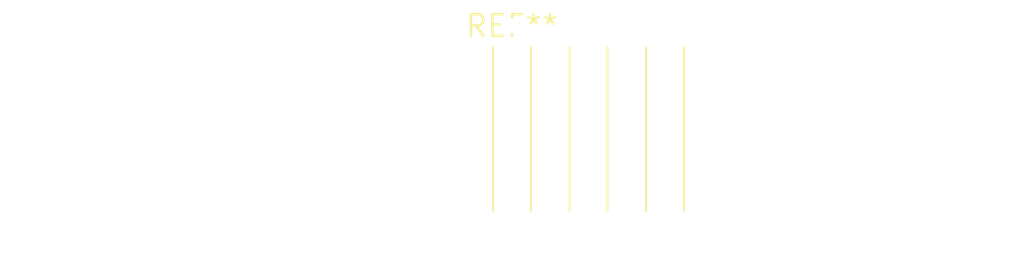
<source format=kicad_pcb>
(kicad_pcb (version 20240108) (generator pcbnew)
  (layers (0 "F.Cu" signal) (31 "B.Cu" signal) (34 "B.Paste" user) (35 "F.Paste" user) (36 "B.SilkS" user "B.Silkscreen") (37 "F.SilkS" user "F.Silkscreen") (38 "B.Mask" user) (39 "F.Mask" user) (44 "Edge.Cuts" user))
  (net 0 "")
  (footprint "SolderWire-0.25sqmm_1x03_P4.5mm_D0.65mm_OD2mm_Relief" (layer "F.Cu") (at 0 0)
    (property "Reference" "REF**")
    (property "Value" "SolderWire-0.25sqmm_1x03_P4.5mm_D0.65mm_OD2mm_Relief")
    (fp_line (start -1.11 1.26) (end -1.11 10.89) (layer "F.SilkS") (stroke (width 0.12)))
    (fp_line (start 1.11 1.26) (end 1.11 10.89) (layer "F.SilkS") (stroke (width 0.12)))
    (fp_line (start 3.39 1.26) (end 3.39 10.89) (layer "F.SilkS") (stroke (width 0.12)))
    (fp_line (start 5.61 1.26) (end 5.61 10.89) (layer "F.SilkS") (stroke (width 0.12)))
    (fp_line (start 7.89 1.26) (end 7.89 10.89) (layer "F.SilkS") (stroke (width 0.12)))
    (fp_line (start 10.11 1.26) (end 10.11 10.89) (layer "F.SilkS") (stroke (width 0.12)))
    (pad "" np_thru_hole circle (at 0 12) (size 2.5 2.5) (drill 2.5) (layers *.Cu *.Mask))
    (pad "" np_thru_hole circle (at 4.5 12) (size 2.5 2.5) (drill 2.5) (layers *.Cu *.Mask))
    (pad "" np_thru_hole circle (at 9 12) (size 2.5 2.5) (drill 2.5) (layers *.Cu *.Mask))
    (pad "1" thru_hole roundrect (at 0 0) (size 2 2) (drill 0.85) (layers *.Cu *.Mask) (remove_unused_layers) (roundrect_rratio 0.125))
    (pad "2" thru_hole circle (at 4.5 0) (size 2 2) (drill 0.85) (layers *.Cu *.Mask) (remove_unused_layers))
    (pad "3" thru_hole circle (at 9 0) (size 2 2) (drill 0.85) (layers *.Cu *.Mask) (remove_unused_layers))
  )
)
</source>
